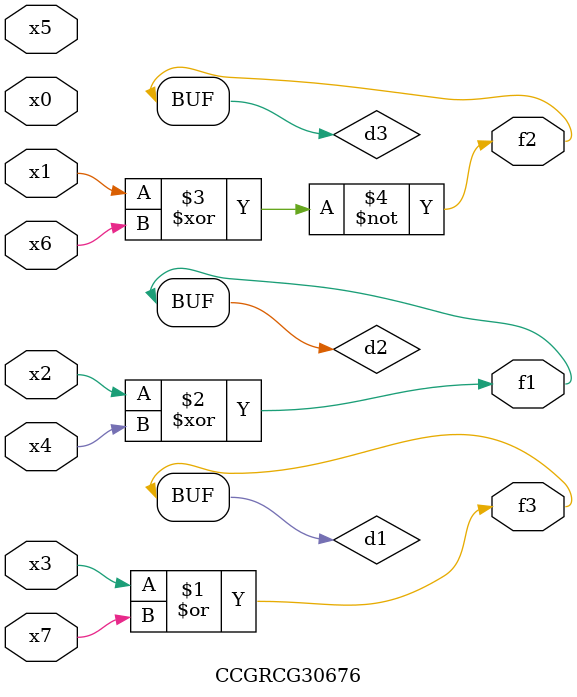
<source format=v>
module CCGRCG30676(
	input x0, x1, x2, x3, x4, x5, x6, x7,
	output f1, f2, f3
);

	wire d1, d2, d3;

	or (d1, x3, x7);
	xor (d2, x2, x4);
	xnor (d3, x1, x6);
	assign f1 = d2;
	assign f2 = d3;
	assign f3 = d1;
endmodule

</source>
